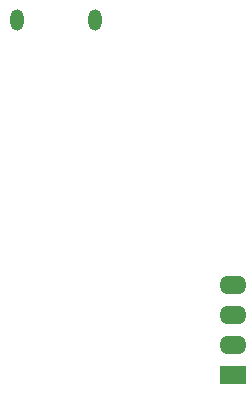
<source format=gbr>
%TF.GenerationSoftware,Altium Limited,Altium Designer,21.6.4 (81)*%
G04 Layer_Color=16711935*
%FSLAX45Y45*%
%MOMM*%
%TF.SameCoordinates,1F3DC5CE-A10F-41C4-B24A-259E2D936CC1*%
%TF.FilePolarity,Negative*%
%TF.FileFunction,Soldermask,Bot*%
%TF.Part,Single*%
G01*
G75*
%TA.AperFunction,ComponentPad*%
%ADD40O,2.30000X1.60000*%
%ADD41R,2.30000X1.60000*%
G04:AMPARAMS|DCode=42|XSize=1.1032mm|YSize=1.8032mm|CornerRadius=0.5516mm|HoleSize=0mm|Usage=FLASHONLY|Rotation=180.000|XOffset=0mm|YOffset=0mm|HoleType=Round|Shape=RoundedRectangle|*
%AMROUNDEDRECTD42*
21,1,1.10320,0.70000,0,0,180.0*
21,1,0.00000,1.80320,0,0,180.0*
1,1,1.10320,0.00000,0.35000*
1,1,1.10320,0.00000,0.35000*
1,1,1.10320,0.00000,-0.35000*
1,1,1.10320,0.00000,-0.35000*
%
%ADD42ROUNDEDRECTD42*%
%TA.AperFunction,WasherPad*%
%ADD43C,0.10000*%
D40*
X1500000Y-450000D02*
D03*
Y-704000D02*
D03*
Y-196000D02*
D03*
D41*
Y-958000D02*
D03*
D42*
X-330000Y2050000D02*
D03*
X330000D02*
D03*
D43*
X0Y700000D02*
D03*
%TF.MD5,c34bd741371c111222a7dc164b2b24d0*%
M02*

</source>
